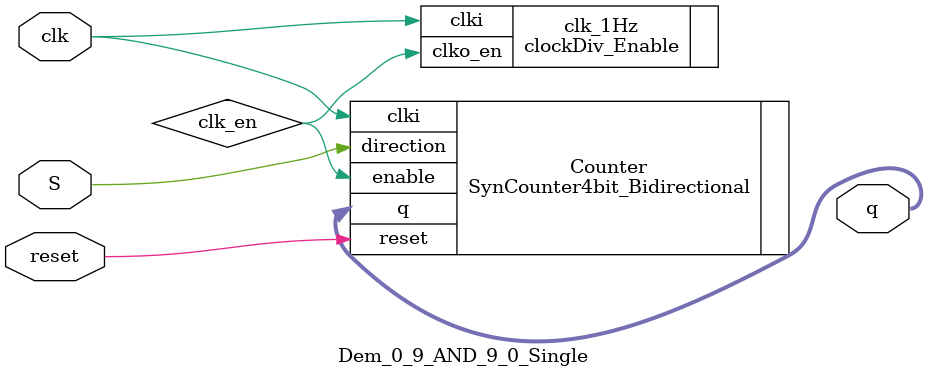
<source format=v>
`timescale 1ns / 1ps
module Dem_0_9_AND_9_0_Single(
    input wire S,           // Direction: 0 = count up, 1 = count down
    input wire clk,
    input wire reset,
    output wire [3:0] q
);
    wire clk_en;
    
    // Clock divider generates enable signal
    clockDiv_Enable clk_1Hz (.clki(clk), .clko_en(clk_en));
    
    // Single bidirectional counter
    SynCounter4bit_Bidirectional Counter (
        .clki(clk), 
        .reset(reset), 
        .enable(clk_en), 
        .direction(S),      // 0 = up, 1 = down
        .q(q)
    );
endmodule

</source>
